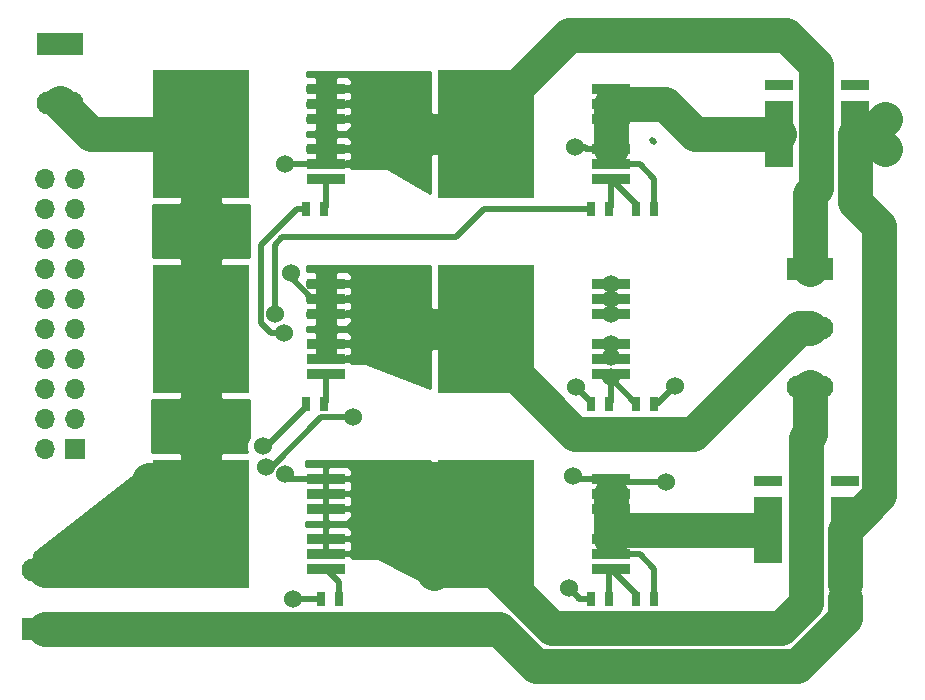
<source format=gbr>
G04 #@! TF.FileFunction,Copper,L1,Top,Signal*
%FSLAX46Y46*%
G04 Gerber Fmt 4.6, Leading zero omitted, Abs format (unit mm)*
G04 Created by KiCad (PCBNEW 4.0.6) date 05/21/18 13:30:20*
%MOMM*%
%LPD*%
G01*
G04 APERTURE LIST*
%ADD10C,0.100000*%
%ADD11R,1.700000X1.700000*%
%ADD12O,1.700000X1.700000*%
%ADD13R,3.960000X1.980000*%
%ADD14O,3.960000X1.980000*%
%ADD15R,8.150860X10.800080*%
%ADD16R,3.200400X0.899160*%
%ADD17R,0.635000X1.143000*%
%ADD18R,2.438400X5.588000*%
%ADD19R,2.438400X0.889000*%
%ADD20C,1.524000*%
%ADD21C,0.500000*%
%ADD22C,3.000000*%
%ADD23C,0.250000*%
%ADD24C,0.254000*%
G04 APERTURE END LIST*
D10*
D11*
X172720000Y-128270000D03*
D12*
X170180000Y-128270000D03*
X172720000Y-125730000D03*
X170180000Y-125730000D03*
X172720000Y-123190000D03*
X170180000Y-123190000D03*
X172720000Y-120650000D03*
X170180000Y-120650000D03*
X172720000Y-118110000D03*
X170180000Y-118110000D03*
X172720000Y-115570000D03*
X170180000Y-115570000D03*
X172720000Y-113030000D03*
X170180000Y-113030000D03*
X172720000Y-110490000D03*
X170180000Y-110490000D03*
X172720000Y-107950000D03*
X170180000Y-107950000D03*
X172720000Y-105410000D03*
X170180000Y-105410000D03*
D13*
X234950000Y-113030000D03*
D14*
X234950000Y-118030000D03*
X234950000Y-123030000D03*
D15*
X183329580Y-134620000D03*
D16*
X193931540Y-138430000D03*
X193931540Y-137160000D03*
X193931540Y-135890000D03*
X193931540Y-133350000D03*
X193931540Y-132080000D03*
X193931540Y-130810000D03*
D15*
X207459580Y-134620000D03*
D16*
X218061540Y-138430000D03*
X218061540Y-137160000D03*
X218061540Y-135890000D03*
X218061540Y-133350000D03*
X218061540Y-132080000D03*
X218061540Y-130810000D03*
D15*
X183329580Y-118110000D03*
D16*
X193931540Y-121920000D03*
X193931540Y-120650000D03*
X193931540Y-119380000D03*
X193931540Y-116840000D03*
X193931540Y-115570000D03*
X193931540Y-114300000D03*
D15*
X207459580Y-118110000D03*
D16*
X218061540Y-121920000D03*
X218061540Y-120650000D03*
X218061540Y-119380000D03*
X218061540Y-116840000D03*
X218061540Y-115570000D03*
X218061540Y-114300000D03*
D15*
X183329580Y-101600000D03*
D16*
X193931540Y-105410000D03*
X193931540Y-104140000D03*
X193931540Y-102870000D03*
X193931540Y-100330000D03*
X193931540Y-99060000D03*
X193931540Y-97790000D03*
D15*
X207459580Y-101600000D03*
D16*
X218061540Y-105410000D03*
X218061540Y-104140000D03*
X218061540Y-102870000D03*
X218061540Y-100330000D03*
X218061540Y-99060000D03*
X218061540Y-97790000D03*
D17*
X195072000Y-140970000D03*
X193548000Y-140970000D03*
X217932000Y-140970000D03*
X216408000Y-140970000D03*
X221742000Y-140970000D03*
X220218000Y-140970000D03*
D18*
X231394000Y-135128000D03*
X237871000Y-135128000D03*
D19*
X231394000Y-131000500D03*
X237871000Y-131000500D03*
D17*
X193802000Y-124460000D03*
X192278000Y-124460000D03*
X217932000Y-124460000D03*
X216408000Y-124460000D03*
X221742000Y-124460000D03*
X220218000Y-124460000D03*
D18*
X232283000Y-101600000D03*
X238760000Y-101600000D03*
D19*
X232283000Y-97472500D03*
X238760000Y-97472500D03*
D17*
X193802000Y-107950000D03*
X192278000Y-107950000D03*
X217932000Y-107950000D03*
X216408000Y-107950000D03*
X221742000Y-107950000D03*
X220218000Y-107950000D03*
D13*
X170180000Y-143510000D03*
D14*
X170180000Y-138510000D03*
D13*
X171450000Y-93980000D03*
D14*
X171450000Y-98980000D03*
D20*
X191135000Y-140970000D03*
X214503000Y-140081000D03*
X188563486Y-128047514D03*
X188849000Y-129794000D03*
X196215000Y-125603000D03*
X215138000Y-123063000D03*
X190373000Y-118491000D03*
X189611000Y-116840000D03*
X190500000Y-130429000D03*
X214884000Y-130556000D03*
X222758000Y-131064000D03*
X223520000Y-122936000D03*
X190950010Y-113411000D03*
X190500000Y-104140000D03*
X241300000Y-102870000D03*
X241300000Y-100330000D03*
X240790201Y-129540000D03*
X240790201Y-132208799D03*
X238760000Y-105410000D03*
X240790201Y-109424201D03*
X237871000Y-139700000D03*
X237871000Y-140922000D03*
X237871000Y-142574497D03*
X238760000Y-107394000D03*
X218061540Y-114300000D03*
X218061540Y-116840000D03*
X218061540Y-119380000D03*
X218061540Y-120508418D03*
X218061540Y-115570000D03*
X218061540Y-122232421D03*
X215011000Y-102743000D03*
D21*
X221742000Y-102298500D02*
X221551500Y-102108000D01*
X193548000Y-140970000D02*
X191135000Y-140970000D01*
X215264999Y-140842999D02*
X214503000Y-140081000D01*
X215392000Y-140970000D02*
X215264999Y-140842999D01*
X216408000Y-140970000D02*
X215392000Y-140970000D01*
X192278000Y-124460000D02*
X192278000Y-124714000D01*
X192278000Y-124714000D02*
X188944486Y-128047514D01*
X188944486Y-128047514D02*
X188563486Y-128047514D01*
X196215000Y-125603000D02*
X193532238Y-125603000D01*
X193532238Y-125603000D02*
X189341238Y-129794000D01*
X189341238Y-129794000D02*
X188849000Y-129794000D01*
X216408000Y-124460000D02*
X216408000Y-124333000D01*
X216408000Y-124333000D02*
X215138000Y-123063000D01*
X188398998Y-111011502D02*
X191460500Y-107950000D01*
X191460500Y-107950000D02*
X192278000Y-107950000D01*
X188398998Y-117594628D02*
X188398998Y-111011502D01*
X189295370Y-118491000D02*
X188398998Y-117594628D01*
X190373000Y-118491000D02*
X189295370Y-118491000D01*
X189611000Y-110998000D02*
X189611000Y-116840000D01*
X190246000Y-110363000D02*
X189611000Y-110998000D01*
X204921108Y-110363000D02*
X190246000Y-110363000D01*
X216408000Y-107950000D02*
X207334108Y-107950000D01*
X207334108Y-107950000D02*
X204921108Y-110363000D01*
D22*
X234950000Y-127020000D02*
X234950000Y-123030000D01*
X207459580Y-134620000D02*
X207459580Y-137824344D01*
X232487999Y-143432001D02*
X234570799Y-141349201D01*
X234570799Y-127399201D02*
X234950000Y-127020000D01*
X213067237Y-143432001D02*
X232487999Y-143432001D01*
X207459580Y-137824344D02*
X213067237Y-143432001D01*
X234570799Y-141349201D02*
X234570799Y-127399201D01*
D21*
X193931540Y-130810000D02*
X190881000Y-130810000D01*
X190881000Y-130810000D02*
X190500000Y-130429000D01*
D22*
X203073000Y-138811000D02*
X203073000Y-130810000D01*
X206883000Y-134620000D02*
X203073000Y-130810000D01*
X207459580Y-134620000D02*
X206883000Y-134620000D01*
X207459580Y-135944610D02*
X207459580Y-134620000D01*
D23*
X218061540Y-135890000D02*
X218061540Y-137160000D01*
X218061540Y-132080000D02*
X218061540Y-133350000D01*
X218061540Y-130810000D02*
X218061540Y-132080000D01*
D21*
X218061540Y-130810000D02*
X215138000Y-130810000D01*
X215138000Y-130810000D02*
X214884000Y-130556000D01*
X222758000Y-131064000D02*
X218315540Y-131064000D01*
X218315540Y-131064000D02*
X218061540Y-130810000D01*
X221742000Y-124460000D02*
X221996000Y-124460000D01*
X221996000Y-124460000D02*
X223520000Y-122936000D01*
X221742000Y-140970000D02*
X221742000Y-138419840D01*
X221742000Y-138419840D02*
X220482160Y-137160000D01*
X220482160Y-137160000D02*
X220161740Y-137160000D01*
X220161740Y-137160000D02*
X218061540Y-137160000D01*
D22*
X231013000Y-135128000D02*
X218823540Y-135128000D01*
X218823540Y-135128000D02*
X218061540Y-135890000D01*
X218061540Y-132080000D02*
X218061540Y-135890000D01*
D21*
X192780920Y-115570000D02*
X190950010Y-113739090D01*
X190950010Y-113739090D02*
X190950010Y-113411000D01*
X193931540Y-115570000D02*
X192780920Y-115570000D01*
D22*
X215024970Y-127000000D02*
X224990000Y-127000000D01*
X224990000Y-127000000D02*
X233960000Y-118030000D01*
X233960000Y-118030000D02*
X234950000Y-118030000D01*
X207459580Y-118110000D02*
X207459580Y-119434610D01*
X207459580Y-119434610D02*
X215024970Y-127000000D01*
D21*
X193931540Y-104140000D02*
X190500000Y-104140000D01*
D22*
X234950000Y-113030000D02*
X234950000Y-106680000D01*
X234950000Y-106680000D02*
X235458000Y-106172000D01*
X235458000Y-106172000D02*
X235458000Y-95758000D01*
X207459580Y-100275390D02*
X207459580Y-101600000D01*
X235458000Y-95758000D02*
X232899960Y-93199960D01*
X232899960Y-93199960D02*
X214535010Y-93199960D01*
X214535010Y-93199960D02*
X207459580Y-100275390D01*
X207459580Y-101600000D02*
X207459580Y-102924610D01*
X240030000Y-101600000D02*
X241300000Y-102870000D01*
X238760000Y-101600000D02*
X240030000Y-101600000D01*
X240030000Y-101600000D02*
X241300000Y-100330000D01*
X240790201Y-129540000D02*
X240790201Y-132208799D01*
X240790201Y-109424201D02*
X240790201Y-129540000D01*
X238760000Y-105410000D02*
X238760000Y-107394000D01*
X238760000Y-101600000D02*
X238760000Y-105410000D01*
X237871000Y-139700000D02*
X237871000Y-135128000D01*
D21*
X237871000Y-140922000D02*
X237871000Y-139700000D01*
D23*
X218061540Y-119380000D02*
X218061540Y-120508418D01*
X218061540Y-115570000D02*
X218061540Y-116840000D01*
X218061540Y-114300000D02*
X218061540Y-115570000D01*
D22*
X170180000Y-143510000D02*
X208619738Y-143510000D01*
X208619738Y-143510000D02*
X211741750Y-146632012D01*
X237871000Y-142574497D02*
X237871000Y-140922000D01*
X211741750Y-146632012D02*
X233813485Y-146632012D01*
X233813485Y-146632012D02*
X237871000Y-142574497D01*
D21*
X218061540Y-120650000D02*
X218061540Y-120508418D01*
D22*
X238760000Y-107394000D02*
X240790201Y-109424201D01*
X240790201Y-132208799D02*
X237871000Y-135128000D01*
X183329580Y-101600000D02*
X174070000Y-101600000D01*
X174070000Y-101600000D02*
X171450000Y-98980000D01*
X178943000Y-130937000D02*
X178943000Y-136652000D01*
X182626000Y-134620000D02*
X178943000Y-130937000D01*
X183329580Y-134620000D02*
X182626000Y-134620000D01*
X170180000Y-138510000D02*
X179439580Y-138510000D01*
X179439580Y-138510000D02*
X183329580Y-134620000D01*
X183329580Y-118110000D02*
X183329580Y-134620000D01*
X183329580Y-101600000D02*
X183329580Y-118110000D01*
D21*
X193931540Y-138430000D02*
X195072000Y-139570460D01*
X195072000Y-139570460D02*
X195072000Y-140970000D01*
X220218000Y-140970000D02*
X220218000Y-140586460D01*
X220218000Y-140586460D02*
X218061540Y-138430000D01*
X217932000Y-140970000D02*
X217932000Y-138559540D01*
X217932000Y-138559540D02*
X218061540Y-138430000D01*
X193931540Y-121920000D02*
X193931540Y-124330460D01*
X193931540Y-124330460D02*
X193802000Y-124460000D01*
D23*
X218061540Y-122232421D02*
X218061540Y-121595419D01*
D21*
X218061540Y-121920000D02*
X218061540Y-122232421D01*
X218061540Y-121920000D02*
X218061540Y-122303540D01*
X218061540Y-122303540D02*
X220218000Y-124460000D01*
X218061540Y-121920000D02*
X218061540Y-124330460D01*
X218061540Y-124330460D02*
X217932000Y-124460000D01*
X193931540Y-105410000D02*
X193931540Y-107820460D01*
X193931540Y-107820460D02*
X193802000Y-107950000D01*
X220218000Y-107950000D02*
X220218000Y-107566460D01*
X220218000Y-107566460D02*
X218061540Y-105410000D01*
X218061540Y-105410000D02*
X218061540Y-107820460D01*
X218061540Y-107820460D02*
X217932000Y-107950000D01*
D23*
X218061540Y-102870000D02*
X218061540Y-104140000D01*
X218061540Y-99060000D02*
X218061540Y-100330000D01*
X218061540Y-97790000D02*
X218061540Y-99060000D01*
D21*
X221742000Y-107950000D02*
X221742000Y-105399840D01*
X221742000Y-105399840D02*
X220482160Y-104140000D01*
X220482160Y-104140000D02*
X220161740Y-104140000D01*
X220161740Y-104140000D02*
X218061540Y-104140000D01*
X215834340Y-102743000D02*
X215011000Y-102743000D01*
X218061540Y-102870000D02*
X215961340Y-102870000D01*
X215961340Y-102870000D02*
X215834340Y-102743000D01*
D22*
X218061540Y-99060000D02*
X218061540Y-102876879D01*
X218061540Y-99060000D02*
X222661740Y-99060000D01*
X222661740Y-99060000D02*
X225201740Y-101600000D01*
X225201740Y-101600000D02*
X232257990Y-101600000D01*
D24*
G36*
X202749150Y-134334250D02*
X202907900Y-134493000D01*
X207332580Y-134493000D01*
X207332580Y-134473000D01*
X207586580Y-134473000D01*
X207586580Y-134493000D01*
X207606580Y-134493000D01*
X207606580Y-134747000D01*
X207586580Y-134747000D01*
X207586580Y-134767000D01*
X207332580Y-134767000D01*
X207332580Y-134747000D01*
X202907900Y-134747000D01*
X202749150Y-134905750D01*
X202749150Y-139834069D01*
X198304952Y-137554993D01*
X198247000Y-137541000D01*
X196166740Y-137541000D01*
X196166740Y-137445750D01*
X196007990Y-137287000D01*
X194058540Y-137287000D01*
X194058540Y-137307000D01*
X193804540Y-137307000D01*
X193804540Y-137287000D01*
X193784540Y-137287000D01*
X193784540Y-137033000D01*
X193804540Y-137033000D01*
X193804540Y-136017000D01*
X194058540Y-136017000D01*
X194058540Y-137033000D01*
X196007990Y-137033000D01*
X196166740Y-136874250D01*
X196166740Y-136584111D01*
X196142255Y-136525000D01*
X196166740Y-136465889D01*
X196166740Y-136175750D01*
X196007990Y-136017000D01*
X194058540Y-136017000D01*
X193804540Y-136017000D01*
X193784540Y-136017000D01*
X193784540Y-135763000D01*
X193804540Y-135763000D01*
X193804540Y-134964170D01*
X194058540Y-134964170D01*
X194058540Y-135763000D01*
X196007990Y-135763000D01*
X196166740Y-135604250D01*
X196166740Y-135314111D01*
X196070067Y-135080722D01*
X195891439Y-134902093D01*
X195658050Y-134805420D01*
X194217290Y-134805420D01*
X194058540Y-134964170D01*
X193804540Y-134964170D01*
X193645790Y-134805420D01*
X192278000Y-134805420D01*
X192278000Y-134434580D01*
X193645790Y-134434580D01*
X193804540Y-134275830D01*
X193804540Y-133477000D01*
X194058540Y-133477000D01*
X194058540Y-134275830D01*
X194217290Y-134434580D01*
X195658050Y-134434580D01*
X195891439Y-134337907D01*
X196070067Y-134159278D01*
X196166740Y-133925889D01*
X196166740Y-133635750D01*
X196007990Y-133477000D01*
X194058540Y-133477000D01*
X193804540Y-133477000D01*
X193784540Y-133477000D01*
X193784540Y-133223000D01*
X193804540Y-133223000D01*
X193804540Y-132207000D01*
X194058540Y-132207000D01*
X194058540Y-133223000D01*
X196007990Y-133223000D01*
X196166740Y-133064250D01*
X196166740Y-132774111D01*
X196142255Y-132715000D01*
X196166740Y-132655889D01*
X196166740Y-132365750D01*
X196007990Y-132207000D01*
X194058540Y-132207000D01*
X193804540Y-132207000D01*
X193784540Y-132207000D01*
X193784540Y-131953000D01*
X193804540Y-131953000D01*
X193804540Y-130937000D01*
X194058540Y-130937000D01*
X194058540Y-131953000D01*
X196007990Y-131953000D01*
X196166740Y-131794250D01*
X196166740Y-131504111D01*
X196142255Y-131445000D01*
X196166740Y-131385889D01*
X196166740Y-131095750D01*
X196007990Y-130937000D01*
X194058540Y-130937000D01*
X193804540Y-130937000D01*
X193784540Y-130937000D01*
X193784540Y-130683000D01*
X193804540Y-130683000D01*
X193804540Y-129884170D01*
X194058540Y-129884170D01*
X194058540Y-130683000D01*
X196007990Y-130683000D01*
X196166740Y-130524250D01*
X196166740Y-130234111D01*
X196070067Y-130000722D01*
X195891439Y-129822093D01*
X195658050Y-129725420D01*
X194217290Y-129725420D01*
X194058540Y-129884170D01*
X193804540Y-129884170D01*
X193645790Y-129725420D01*
X192278000Y-129725420D01*
X192278000Y-129286000D01*
X202749150Y-129286000D01*
X202749150Y-134334250D01*
X202749150Y-134334250D01*
G37*
X202749150Y-134334250D02*
X202907900Y-134493000D01*
X207332580Y-134493000D01*
X207332580Y-134473000D01*
X207586580Y-134473000D01*
X207586580Y-134493000D01*
X207606580Y-134493000D01*
X207606580Y-134747000D01*
X207586580Y-134747000D01*
X207586580Y-134767000D01*
X207332580Y-134767000D01*
X207332580Y-134747000D01*
X202907900Y-134747000D01*
X202749150Y-134905750D01*
X202749150Y-139834069D01*
X198304952Y-137554993D01*
X198247000Y-137541000D01*
X196166740Y-137541000D01*
X196166740Y-137445750D01*
X196007990Y-137287000D01*
X194058540Y-137287000D01*
X194058540Y-137307000D01*
X193804540Y-137307000D01*
X193804540Y-137287000D01*
X193784540Y-137287000D01*
X193784540Y-137033000D01*
X193804540Y-137033000D01*
X193804540Y-136017000D01*
X194058540Y-136017000D01*
X194058540Y-137033000D01*
X196007990Y-137033000D01*
X196166740Y-136874250D01*
X196166740Y-136584111D01*
X196142255Y-136525000D01*
X196166740Y-136465889D01*
X196166740Y-136175750D01*
X196007990Y-136017000D01*
X194058540Y-136017000D01*
X193804540Y-136017000D01*
X193784540Y-136017000D01*
X193784540Y-135763000D01*
X193804540Y-135763000D01*
X193804540Y-134964170D01*
X194058540Y-134964170D01*
X194058540Y-135763000D01*
X196007990Y-135763000D01*
X196166740Y-135604250D01*
X196166740Y-135314111D01*
X196070067Y-135080722D01*
X195891439Y-134902093D01*
X195658050Y-134805420D01*
X194217290Y-134805420D01*
X194058540Y-134964170D01*
X193804540Y-134964170D01*
X193645790Y-134805420D01*
X192278000Y-134805420D01*
X192278000Y-134434580D01*
X193645790Y-134434580D01*
X193804540Y-134275830D01*
X193804540Y-133477000D01*
X194058540Y-133477000D01*
X194058540Y-134275830D01*
X194217290Y-134434580D01*
X195658050Y-134434580D01*
X195891439Y-134337907D01*
X196070067Y-134159278D01*
X196166740Y-133925889D01*
X196166740Y-133635750D01*
X196007990Y-133477000D01*
X194058540Y-133477000D01*
X193804540Y-133477000D01*
X193784540Y-133477000D01*
X193784540Y-133223000D01*
X193804540Y-133223000D01*
X193804540Y-132207000D01*
X194058540Y-132207000D01*
X194058540Y-133223000D01*
X196007990Y-133223000D01*
X196166740Y-133064250D01*
X196166740Y-132774111D01*
X196142255Y-132715000D01*
X196166740Y-132655889D01*
X196166740Y-132365750D01*
X196007990Y-132207000D01*
X194058540Y-132207000D01*
X193804540Y-132207000D01*
X193784540Y-132207000D01*
X193784540Y-131953000D01*
X193804540Y-131953000D01*
X193804540Y-130937000D01*
X194058540Y-130937000D01*
X194058540Y-131953000D01*
X196007990Y-131953000D01*
X196166740Y-131794250D01*
X196166740Y-131504111D01*
X196142255Y-131445000D01*
X196166740Y-131385889D01*
X196166740Y-131095750D01*
X196007990Y-130937000D01*
X194058540Y-130937000D01*
X193804540Y-130937000D01*
X193784540Y-130937000D01*
X193784540Y-130683000D01*
X193804540Y-130683000D01*
X193804540Y-129884170D01*
X194058540Y-129884170D01*
X194058540Y-130683000D01*
X196007990Y-130683000D01*
X196166740Y-130524250D01*
X196166740Y-130234111D01*
X196070067Y-130000722D01*
X195891439Y-129822093D01*
X195658050Y-129725420D01*
X194217290Y-129725420D01*
X194058540Y-129884170D01*
X193804540Y-129884170D01*
X193645790Y-129725420D01*
X192278000Y-129725420D01*
X192278000Y-129286000D01*
X202749150Y-129286000D01*
X202749150Y-134334250D01*
G36*
X184956580Y-99973000D02*
X184976580Y-99973000D01*
X184976580Y-103227000D01*
X184956580Y-103227000D01*
X184956580Y-107476290D01*
X185115330Y-107635040D01*
X187452000Y-107635040D01*
X187452000Y-112074960D01*
X185115330Y-112074960D01*
X184956580Y-112233710D01*
X184956580Y-116483000D01*
X184976580Y-116483000D01*
X184976580Y-119737000D01*
X184956580Y-119737000D01*
X184956580Y-123986290D01*
X185115330Y-124145040D01*
X187452000Y-124145040D01*
X187452000Y-127183127D01*
X187379857Y-127255144D01*
X187166729Y-127768414D01*
X187166244Y-128324175D01*
X187273998Y-128584960D01*
X185115330Y-128584960D01*
X184956580Y-128743710D01*
X184956580Y-132993000D01*
X184976580Y-132993000D01*
X184976580Y-136247000D01*
X184956580Y-136247000D01*
X184956580Y-136267000D01*
X181702580Y-136267000D01*
X181702580Y-136247000D01*
X178777900Y-136247000D01*
X178619150Y-136405750D01*
X178619150Y-139779643D01*
X172279791Y-139654524D01*
X172484653Y-139465152D01*
X172621282Y-139241031D01*
X172550168Y-139005000D01*
X171170000Y-139005000D01*
X171170000Y-139500000D01*
X169190000Y-139500000D01*
X169190000Y-139005000D01*
X168533000Y-139005000D01*
X168533000Y-138015000D01*
X169190000Y-138015000D01*
X169190000Y-137169490D01*
X169350873Y-137043750D01*
X171170000Y-137043750D01*
X171170000Y-138015000D01*
X172550168Y-138015000D01*
X172621282Y-137778969D01*
X172484653Y-137554848D01*
X172019060Y-137124459D01*
X171424206Y-136905006D01*
X171170000Y-137043750D01*
X169350873Y-137043750D01*
X178619150Y-129799579D01*
X178619150Y-132834250D01*
X178777900Y-132993000D01*
X181702580Y-132993000D01*
X181702580Y-128743710D01*
X181543830Y-128584960D01*
X179199677Y-128584960D01*
X179216623Y-124145040D01*
X181543830Y-124145040D01*
X181702580Y-123986290D01*
X181702580Y-119737000D01*
X181682580Y-119737000D01*
X181682580Y-116483000D01*
X181702580Y-116483000D01*
X181702580Y-112233710D01*
X181543830Y-112074960D01*
X179262692Y-112074960D01*
X179279638Y-107635040D01*
X181543830Y-107635040D01*
X181702580Y-107476290D01*
X181702580Y-103227000D01*
X181682580Y-103227000D01*
X181682580Y-99973000D01*
X181702580Y-99973000D01*
X181702580Y-99953000D01*
X184956580Y-99953000D01*
X184956580Y-99973000D01*
X184956580Y-99973000D01*
G37*
X184956580Y-99973000D02*
X184976580Y-99973000D01*
X184976580Y-103227000D01*
X184956580Y-103227000D01*
X184956580Y-107476290D01*
X185115330Y-107635040D01*
X187452000Y-107635040D01*
X187452000Y-112074960D01*
X185115330Y-112074960D01*
X184956580Y-112233710D01*
X184956580Y-116483000D01*
X184976580Y-116483000D01*
X184976580Y-119737000D01*
X184956580Y-119737000D01*
X184956580Y-123986290D01*
X185115330Y-124145040D01*
X187452000Y-124145040D01*
X187452000Y-127183127D01*
X187379857Y-127255144D01*
X187166729Y-127768414D01*
X187166244Y-128324175D01*
X187273998Y-128584960D01*
X185115330Y-128584960D01*
X184956580Y-128743710D01*
X184956580Y-132993000D01*
X184976580Y-132993000D01*
X184976580Y-136247000D01*
X184956580Y-136247000D01*
X184956580Y-136267000D01*
X181702580Y-136267000D01*
X181702580Y-136247000D01*
X178777900Y-136247000D01*
X178619150Y-136405750D01*
X178619150Y-139779643D01*
X172279791Y-139654524D01*
X172484653Y-139465152D01*
X172621282Y-139241031D01*
X172550168Y-139005000D01*
X171170000Y-139005000D01*
X171170000Y-139500000D01*
X169190000Y-139500000D01*
X169190000Y-139005000D01*
X168533000Y-139005000D01*
X168533000Y-138015000D01*
X169190000Y-138015000D01*
X169190000Y-137169490D01*
X169350873Y-137043750D01*
X171170000Y-137043750D01*
X171170000Y-138015000D01*
X172550168Y-138015000D01*
X172621282Y-137778969D01*
X172484653Y-137554848D01*
X172019060Y-137124459D01*
X171424206Y-136905006D01*
X171170000Y-137043750D01*
X169350873Y-137043750D01*
X178619150Y-129799579D01*
X178619150Y-132834250D01*
X178777900Y-132993000D01*
X181702580Y-132993000D01*
X181702580Y-128743710D01*
X181543830Y-128584960D01*
X179199677Y-128584960D01*
X179216623Y-124145040D01*
X181543830Y-124145040D01*
X181702580Y-123986290D01*
X181702580Y-119737000D01*
X181682580Y-119737000D01*
X181682580Y-116483000D01*
X181702580Y-116483000D01*
X181702580Y-112233710D01*
X181543830Y-112074960D01*
X179262692Y-112074960D01*
X179279638Y-107635040D01*
X181543830Y-107635040D01*
X181702580Y-107476290D01*
X181702580Y-103227000D01*
X181682580Y-103227000D01*
X181682580Y-99973000D01*
X181702580Y-99973000D01*
X181702580Y-99953000D01*
X184956580Y-99953000D01*
X184956580Y-99973000D01*
G36*
X202749150Y-116324250D02*
X202907900Y-116483000D01*
X205832580Y-116483000D01*
X205832580Y-116463000D01*
X209086580Y-116463000D01*
X209086580Y-116483000D01*
X209106580Y-116483000D01*
X209106580Y-119737000D01*
X209086580Y-119737000D01*
X209086580Y-119757000D01*
X205832580Y-119757000D01*
X205832580Y-119737000D01*
X202907900Y-119737000D01*
X202749150Y-119895750D01*
X202749150Y-123161478D01*
X197276914Y-121039590D01*
X197231000Y-121031000D01*
X196164200Y-121031000D01*
X196007990Y-120874790D01*
X195784802Y-120874790D01*
X195783630Y-120873989D01*
X195531740Y-120822980D01*
X192400014Y-120822980D01*
X192394665Y-120464580D01*
X192972690Y-120464580D01*
X193012060Y-120425210D01*
X193131440Y-120425210D01*
X193131440Y-119604790D01*
X194731640Y-119604790D01*
X194731640Y-120425210D01*
X194851020Y-120425210D01*
X194890390Y-120464580D01*
X195658050Y-120464580D01*
X195753097Y-120425210D01*
X196007990Y-120425210D01*
X196166740Y-120266460D01*
X196166740Y-120074111D01*
X196142255Y-120015000D01*
X196166740Y-119955889D01*
X196166740Y-119763540D01*
X196007990Y-119604790D01*
X195753097Y-119604790D01*
X195658050Y-119565420D01*
X194890390Y-119565420D01*
X194851020Y-119604790D01*
X194731640Y-119604790D01*
X193131440Y-119604790D01*
X193012060Y-119604790D01*
X192972690Y-119565420D01*
X192381245Y-119565420D01*
X192375122Y-119155210D01*
X193131440Y-119155210D01*
X193131440Y-118454170D01*
X194731640Y-118454170D01*
X194731640Y-119155210D01*
X196007990Y-119155210D01*
X196166740Y-118996460D01*
X196166740Y-118804111D01*
X196070067Y-118570722D01*
X195891439Y-118392093D01*
X195658050Y-118295420D01*
X194890390Y-118295420D01*
X194731640Y-118454170D01*
X193131440Y-118454170D01*
X192972690Y-118295420D01*
X192362289Y-118295420D01*
X192356755Y-117924580D01*
X192972690Y-117924580D01*
X193131440Y-117765830D01*
X193131440Y-117064790D01*
X194731640Y-117064790D01*
X194731640Y-117765830D01*
X194890390Y-117924580D01*
X195658050Y-117924580D01*
X195891439Y-117827907D01*
X196070067Y-117649278D01*
X196166740Y-117415889D01*
X196166740Y-117223540D01*
X196007990Y-117064790D01*
X194731640Y-117064790D01*
X193131440Y-117064790D01*
X192343922Y-117064790D01*
X192337799Y-116654580D01*
X192972690Y-116654580D01*
X193012060Y-116615210D01*
X193131440Y-116615210D01*
X193131440Y-115794790D01*
X194731640Y-115794790D01*
X194731640Y-116615210D01*
X194851020Y-116615210D01*
X194890390Y-116654580D01*
X195658050Y-116654580D01*
X195753097Y-116615210D01*
X196007990Y-116615210D01*
X196166740Y-116456460D01*
X196166740Y-116264111D01*
X196142255Y-116205000D01*
X196166740Y-116145889D01*
X196166740Y-115953540D01*
X196007990Y-115794790D01*
X195753097Y-115794790D01*
X195658050Y-115755420D01*
X194890390Y-115755420D01*
X194851020Y-115794790D01*
X194731640Y-115794790D01*
X193131440Y-115794790D01*
X193012060Y-115794790D01*
X192972690Y-115755420D01*
X192331340Y-115755420D01*
X192331340Y-115384580D01*
X192972690Y-115384580D01*
X193012060Y-115345210D01*
X193131440Y-115345210D01*
X193131440Y-114524790D01*
X194731640Y-114524790D01*
X194731640Y-115345210D01*
X194851020Y-115345210D01*
X194890390Y-115384580D01*
X195658050Y-115384580D01*
X195753097Y-115345210D01*
X196007990Y-115345210D01*
X196166740Y-115186460D01*
X196166740Y-114994111D01*
X196142255Y-114935000D01*
X196166740Y-114875889D01*
X196166740Y-114683540D01*
X196007990Y-114524790D01*
X195753097Y-114524790D01*
X195658050Y-114485420D01*
X194890390Y-114485420D01*
X194851020Y-114524790D01*
X194731640Y-114524790D01*
X193131440Y-114524790D01*
X193012060Y-114524790D01*
X192972690Y-114485420D01*
X192331340Y-114485420D01*
X192331340Y-114075210D01*
X193131440Y-114075210D01*
X193131440Y-113374170D01*
X194731640Y-113374170D01*
X194731640Y-114075210D01*
X196007990Y-114075210D01*
X196166740Y-113916460D01*
X196166740Y-113724111D01*
X196070067Y-113490722D01*
X195891439Y-113312093D01*
X195658050Y-113215420D01*
X194890390Y-113215420D01*
X194731640Y-113374170D01*
X193131440Y-113374170D01*
X192972690Y-113215420D01*
X192331340Y-113215420D01*
X192331340Y-112776000D01*
X202749150Y-112776000D01*
X202749150Y-116324250D01*
X202749150Y-116324250D01*
G37*
X202749150Y-116324250D02*
X202907900Y-116483000D01*
X205832580Y-116483000D01*
X205832580Y-116463000D01*
X209086580Y-116463000D01*
X209086580Y-116483000D01*
X209106580Y-116483000D01*
X209106580Y-119737000D01*
X209086580Y-119737000D01*
X209086580Y-119757000D01*
X205832580Y-119757000D01*
X205832580Y-119737000D01*
X202907900Y-119737000D01*
X202749150Y-119895750D01*
X202749150Y-123161478D01*
X197276914Y-121039590D01*
X197231000Y-121031000D01*
X196164200Y-121031000D01*
X196007990Y-120874790D01*
X195784802Y-120874790D01*
X195783630Y-120873989D01*
X195531740Y-120822980D01*
X192400014Y-120822980D01*
X192394665Y-120464580D01*
X192972690Y-120464580D01*
X193012060Y-120425210D01*
X193131440Y-120425210D01*
X193131440Y-119604790D01*
X194731640Y-119604790D01*
X194731640Y-120425210D01*
X194851020Y-120425210D01*
X194890390Y-120464580D01*
X195658050Y-120464580D01*
X195753097Y-120425210D01*
X196007990Y-120425210D01*
X196166740Y-120266460D01*
X196166740Y-120074111D01*
X196142255Y-120015000D01*
X196166740Y-119955889D01*
X196166740Y-119763540D01*
X196007990Y-119604790D01*
X195753097Y-119604790D01*
X195658050Y-119565420D01*
X194890390Y-119565420D01*
X194851020Y-119604790D01*
X194731640Y-119604790D01*
X193131440Y-119604790D01*
X193012060Y-119604790D01*
X192972690Y-119565420D01*
X192381245Y-119565420D01*
X192375122Y-119155210D01*
X193131440Y-119155210D01*
X193131440Y-118454170D01*
X194731640Y-118454170D01*
X194731640Y-119155210D01*
X196007990Y-119155210D01*
X196166740Y-118996460D01*
X196166740Y-118804111D01*
X196070067Y-118570722D01*
X195891439Y-118392093D01*
X195658050Y-118295420D01*
X194890390Y-118295420D01*
X194731640Y-118454170D01*
X193131440Y-118454170D01*
X192972690Y-118295420D01*
X192362289Y-118295420D01*
X192356755Y-117924580D01*
X192972690Y-117924580D01*
X193131440Y-117765830D01*
X193131440Y-117064790D01*
X194731640Y-117064790D01*
X194731640Y-117765830D01*
X194890390Y-117924580D01*
X195658050Y-117924580D01*
X195891439Y-117827907D01*
X196070067Y-117649278D01*
X196166740Y-117415889D01*
X196166740Y-117223540D01*
X196007990Y-117064790D01*
X194731640Y-117064790D01*
X193131440Y-117064790D01*
X192343922Y-117064790D01*
X192337799Y-116654580D01*
X192972690Y-116654580D01*
X193012060Y-116615210D01*
X193131440Y-116615210D01*
X193131440Y-115794790D01*
X194731640Y-115794790D01*
X194731640Y-116615210D01*
X194851020Y-116615210D01*
X194890390Y-116654580D01*
X195658050Y-116654580D01*
X195753097Y-116615210D01*
X196007990Y-116615210D01*
X196166740Y-116456460D01*
X196166740Y-116264111D01*
X196142255Y-116205000D01*
X196166740Y-116145889D01*
X196166740Y-115953540D01*
X196007990Y-115794790D01*
X195753097Y-115794790D01*
X195658050Y-115755420D01*
X194890390Y-115755420D01*
X194851020Y-115794790D01*
X194731640Y-115794790D01*
X193131440Y-115794790D01*
X193012060Y-115794790D01*
X192972690Y-115755420D01*
X192331340Y-115755420D01*
X192331340Y-115384580D01*
X192972690Y-115384580D01*
X193012060Y-115345210D01*
X193131440Y-115345210D01*
X193131440Y-114524790D01*
X194731640Y-114524790D01*
X194731640Y-115345210D01*
X194851020Y-115345210D01*
X194890390Y-115384580D01*
X195658050Y-115384580D01*
X195753097Y-115345210D01*
X196007990Y-115345210D01*
X196166740Y-115186460D01*
X196166740Y-114994111D01*
X196142255Y-114935000D01*
X196166740Y-114875889D01*
X196166740Y-114683540D01*
X196007990Y-114524790D01*
X195753097Y-114524790D01*
X195658050Y-114485420D01*
X194890390Y-114485420D01*
X194851020Y-114524790D01*
X194731640Y-114524790D01*
X193131440Y-114524790D01*
X193012060Y-114524790D01*
X192972690Y-114485420D01*
X192331340Y-114485420D01*
X192331340Y-114075210D01*
X193131440Y-114075210D01*
X193131440Y-113374170D01*
X194731640Y-113374170D01*
X194731640Y-114075210D01*
X196007990Y-114075210D01*
X196166740Y-113916460D01*
X196166740Y-113724111D01*
X196070067Y-113490722D01*
X195891439Y-113312093D01*
X195658050Y-113215420D01*
X194890390Y-113215420D01*
X194731640Y-113374170D01*
X193131440Y-113374170D01*
X192972690Y-113215420D01*
X192331340Y-113215420D01*
X192331340Y-112776000D01*
X202749150Y-112776000D01*
X202749150Y-116324250D01*
G36*
X202749150Y-99814250D02*
X202907900Y-99973000D01*
X205832580Y-99973000D01*
X205832580Y-99953000D01*
X209086580Y-99953000D01*
X209086580Y-99973000D01*
X209106580Y-99973000D01*
X209106580Y-103227000D01*
X209086580Y-103227000D01*
X209086580Y-103247000D01*
X205832580Y-103247000D01*
X205832580Y-103227000D01*
X202907900Y-103227000D01*
X202749150Y-103385750D01*
X202749150Y-106592599D01*
X199070953Y-104537136D01*
X199009000Y-104521000D01*
X196164200Y-104521000D01*
X196007990Y-104364790D01*
X195784802Y-104364790D01*
X195783630Y-104363989D01*
X195531740Y-104312980D01*
X192331340Y-104312980D01*
X192331340Y-103954580D01*
X192972690Y-103954580D01*
X193012060Y-103915210D01*
X193131440Y-103915210D01*
X193131440Y-103094790D01*
X194731640Y-103094790D01*
X194731640Y-103915210D01*
X194851020Y-103915210D01*
X194890390Y-103954580D01*
X195658050Y-103954580D01*
X195753097Y-103915210D01*
X196007990Y-103915210D01*
X196166740Y-103756460D01*
X196166740Y-103564111D01*
X196142255Y-103505000D01*
X196166740Y-103445889D01*
X196166740Y-103253540D01*
X196007990Y-103094790D01*
X195753097Y-103094790D01*
X195658050Y-103055420D01*
X194890390Y-103055420D01*
X194851020Y-103094790D01*
X194731640Y-103094790D01*
X193131440Y-103094790D01*
X193012060Y-103094790D01*
X192972690Y-103055420D01*
X192331340Y-103055420D01*
X192331340Y-102645210D01*
X193131440Y-102645210D01*
X193131440Y-101944170D01*
X194731640Y-101944170D01*
X194731640Y-102645210D01*
X196007990Y-102645210D01*
X196166740Y-102486460D01*
X196166740Y-102294111D01*
X196070067Y-102060722D01*
X195891439Y-101882093D01*
X195658050Y-101785420D01*
X194890390Y-101785420D01*
X194731640Y-101944170D01*
X193131440Y-101944170D01*
X192972690Y-101785420D01*
X192331340Y-101785420D01*
X192331340Y-101414580D01*
X192972690Y-101414580D01*
X193131440Y-101255830D01*
X193131440Y-100554790D01*
X194731640Y-100554790D01*
X194731640Y-101255830D01*
X194890390Y-101414580D01*
X195658050Y-101414580D01*
X195891439Y-101317907D01*
X196070067Y-101139278D01*
X196166740Y-100905889D01*
X196166740Y-100713540D01*
X196007990Y-100554790D01*
X194731640Y-100554790D01*
X193131440Y-100554790D01*
X192331340Y-100554790D01*
X192331340Y-100144580D01*
X192972690Y-100144580D01*
X193012060Y-100105210D01*
X193131440Y-100105210D01*
X193131440Y-99284790D01*
X194731640Y-99284790D01*
X194731640Y-100105210D01*
X194851020Y-100105210D01*
X194890390Y-100144580D01*
X195658050Y-100144580D01*
X195753097Y-100105210D01*
X196007990Y-100105210D01*
X196166740Y-99946460D01*
X196166740Y-99754111D01*
X196142255Y-99695000D01*
X196166740Y-99635889D01*
X196166740Y-99443540D01*
X196007990Y-99284790D01*
X195753097Y-99284790D01*
X195658050Y-99245420D01*
X194890390Y-99245420D01*
X194851020Y-99284790D01*
X194731640Y-99284790D01*
X193131440Y-99284790D01*
X193012060Y-99284790D01*
X192972690Y-99245420D01*
X192331340Y-99245420D01*
X192331340Y-98874580D01*
X192972690Y-98874580D01*
X193012060Y-98835210D01*
X193131440Y-98835210D01*
X193131440Y-98014790D01*
X194731640Y-98014790D01*
X194731640Y-98835210D01*
X194851020Y-98835210D01*
X194890390Y-98874580D01*
X195658050Y-98874580D01*
X195753097Y-98835210D01*
X196007990Y-98835210D01*
X196166740Y-98676460D01*
X196166740Y-98484111D01*
X196142255Y-98425000D01*
X196166740Y-98365889D01*
X196166740Y-98173540D01*
X196007990Y-98014790D01*
X195753097Y-98014790D01*
X195658050Y-97975420D01*
X194890390Y-97975420D01*
X194851020Y-98014790D01*
X194731640Y-98014790D01*
X193131440Y-98014790D01*
X193012060Y-98014790D01*
X192972690Y-97975420D01*
X192331340Y-97975420D01*
X192331340Y-97565210D01*
X193131440Y-97565210D01*
X193131440Y-96864170D01*
X194731640Y-96864170D01*
X194731640Y-97565210D01*
X196007990Y-97565210D01*
X196166740Y-97406460D01*
X196166740Y-97214111D01*
X196070067Y-96980722D01*
X195891439Y-96802093D01*
X195658050Y-96705420D01*
X194890390Y-96705420D01*
X194731640Y-96864170D01*
X193131440Y-96864170D01*
X192972690Y-96705420D01*
X192331340Y-96705420D01*
X192331340Y-96393000D01*
X202749150Y-96393000D01*
X202749150Y-99814250D01*
X202749150Y-99814250D01*
G37*
X202749150Y-99814250D02*
X202907900Y-99973000D01*
X205832580Y-99973000D01*
X205832580Y-99953000D01*
X209086580Y-99953000D01*
X209086580Y-99973000D01*
X209106580Y-99973000D01*
X209106580Y-103227000D01*
X209086580Y-103227000D01*
X209086580Y-103247000D01*
X205832580Y-103247000D01*
X205832580Y-103227000D01*
X202907900Y-103227000D01*
X202749150Y-103385750D01*
X202749150Y-106592599D01*
X199070953Y-104537136D01*
X199009000Y-104521000D01*
X196164200Y-104521000D01*
X196007990Y-104364790D01*
X195784802Y-104364790D01*
X195783630Y-104363989D01*
X195531740Y-104312980D01*
X192331340Y-104312980D01*
X192331340Y-103954580D01*
X192972690Y-103954580D01*
X193012060Y-103915210D01*
X193131440Y-103915210D01*
X193131440Y-103094790D01*
X194731640Y-103094790D01*
X194731640Y-103915210D01*
X194851020Y-103915210D01*
X194890390Y-103954580D01*
X195658050Y-103954580D01*
X195753097Y-103915210D01*
X196007990Y-103915210D01*
X196166740Y-103756460D01*
X196166740Y-103564111D01*
X196142255Y-103505000D01*
X196166740Y-103445889D01*
X196166740Y-103253540D01*
X196007990Y-103094790D01*
X195753097Y-103094790D01*
X195658050Y-103055420D01*
X194890390Y-103055420D01*
X194851020Y-103094790D01*
X194731640Y-103094790D01*
X193131440Y-103094790D01*
X193012060Y-103094790D01*
X192972690Y-103055420D01*
X192331340Y-103055420D01*
X192331340Y-102645210D01*
X193131440Y-102645210D01*
X193131440Y-101944170D01*
X194731640Y-101944170D01*
X194731640Y-102645210D01*
X196007990Y-102645210D01*
X196166740Y-102486460D01*
X196166740Y-102294111D01*
X196070067Y-102060722D01*
X195891439Y-101882093D01*
X195658050Y-101785420D01*
X194890390Y-101785420D01*
X194731640Y-101944170D01*
X193131440Y-101944170D01*
X192972690Y-101785420D01*
X192331340Y-101785420D01*
X192331340Y-101414580D01*
X192972690Y-101414580D01*
X193131440Y-101255830D01*
X193131440Y-100554790D01*
X194731640Y-100554790D01*
X194731640Y-101255830D01*
X194890390Y-101414580D01*
X195658050Y-101414580D01*
X195891439Y-101317907D01*
X196070067Y-101139278D01*
X196166740Y-100905889D01*
X196166740Y-100713540D01*
X196007990Y-100554790D01*
X194731640Y-100554790D01*
X193131440Y-100554790D01*
X192331340Y-100554790D01*
X192331340Y-100144580D01*
X192972690Y-100144580D01*
X193012060Y-100105210D01*
X193131440Y-100105210D01*
X193131440Y-99284790D01*
X194731640Y-99284790D01*
X194731640Y-100105210D01*
X194851020Y-100105210D01*
X194890390Y-100144580D01*
X195658050Y-100144580D01*
X195753097Y-100105210D01*
X196007990Y-100105210D01*
X196166740Y-99946460D01*
X196166740Y-99754111D01*
X196142255Y-99695000D01*
X196166740Y-99635889D01*
X196166740Y-99443540D01*
X196007990Y-99284790D01*
X195753097Y-99284790D01*
X195658050Y-99245420D01*
X194890390Y-99245420D01*
X194851020Y-99284790D01*
X194731640Y-99284790D01*
X193131440Y-99284790D01*
X193012060Y-99284790D01*
X192972690Y-99245420D01*
X192331340Y-99245420D01*
X192331340Y-98874580D01*
X192972690Y-98874580D01*
X193012060Y-98835210D01*
X193131440Y-98835210D01*
X193131440Y-98014790D01*
X194731640Y-98014790D01*
X194731640Y-98835210D01*
X194851020Y-98835210D01*
X194890390Y-98874580D01*
X195658050Y-98874580D01*
X195753097Y-98835210D01*
X196007990Y-98835210D01*
X196166740Y-98676460D01*
X196166740Y-98484111D01*
X196142255Y-98425000D01*
X196166740Y-98365889D01*
X196166740Y-98173540D01*
X196007990Y-98014790D01*
X195753097Y-98014790D01*
X195658050Y-97975420D01*
X194890390Y-97975420D01*
X194851020Y-98014790D01*
X194731640Y-98014790D01*
X193131440Y-98014790D01*
X193012060Y-98014790D01*
X192972690Y-97975420D01*
X192331340Y-97975420D01*
X192331340Y-97565210D01*
X193131440Y-97565210D01*
X193131440Y-96864170D01*
X194731640Y-96864170D01*
X194731640Y-97565210D01*
X196007990Y-97565210D01*
X196166740Y-97406460D01*
X196166740Y-97214111D01*
X196070067Y-96980722D01*
X195891439Y-96802093D01*
X195658050Y-96705420D01*
X194890390Y-96705420D01*
X194731640Y-96864170D01*
X193131440Y-96864170D01*
X192972690Y-96705420D01*
X192331340Y-96705420D01*
X192331340Y-96393000D01*
X202749150Y-96393000D01*
X202749150Y-99814250D01*
M02*

</source>
